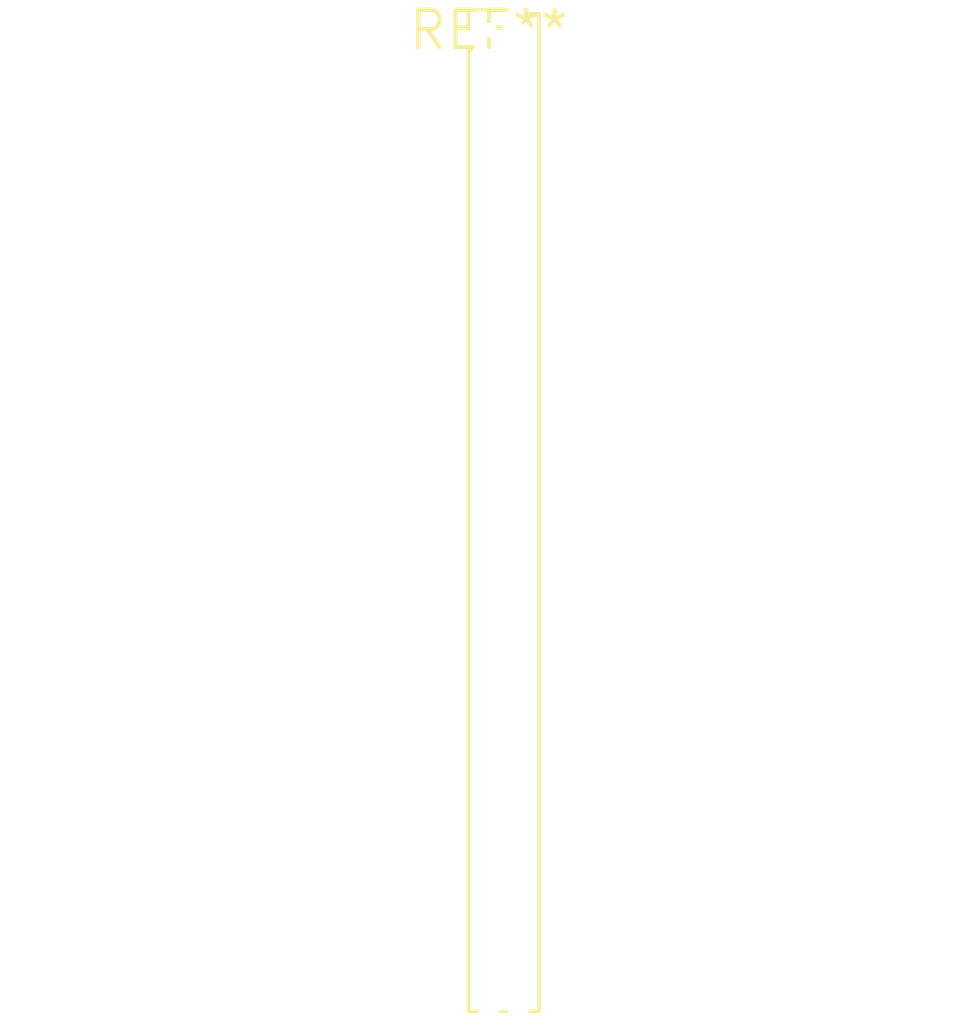
<source format=kicad_pcb>
(kicad_pcb (version 20240108) (generator pcbnew)
  (layers (0 "F.Cu" signal) (31 "B.Cu" signal) (34 "B.Paste" user) (35 "F.Paste" user) (36 "B.SilkS" user "B.Silkscreen") (37 "F.SilkS" user "F.Silkscreen") (38 "B.Mask" user) (39 "F.Mask" user) (44 "Edge.Cuts" user))
  (net 0 "")
  (footprint "PinHeader_2x34_P1.00mm_Vertical" (layer "F.Cu") (at 0 0)
    (property "Reference" "REF**")
    (property "Value" "PinHeader_2x34_P1.00mm_Vertical")
    (fp_line (start -0.71 -0.685) (end 0 -0.685) (layer "F.SilkS") (stroke (width 0.12)))
    (fp_line (start -0.71 0) (end -0.71 -0.685) (layer "F.SilkS") (stroke (width 0.12)))
    (fp_line (start -0.71 0.685) (end -0.71 33.56) (layer "F.SilkS") (stroke (width 0.12)))
    (fp_line (start -0.71 0.685) (end -0.608276 0.685) (layer "F.SilkS") (stroke (width 0.12)))
    (fp_line (start -0.71 33.56) (end -0.394493 33.56) (layer "F.SilkS") (stroke (width 0.12)))
    (fp_line (start 0.394493 33.56) (end 0.605507 33.56) (layer "F.SilkS") (stroke (width 0.12)))
    (fp_line (start 1.394493 -0.56) (end 1.71 -0.56) (layer "F.SilkS") (stroke (width 0.12)))
    (fp_line (start 1.394493 33.56) (end 1.71 33.56) (layer "F.SilkS") (stroke (width 0.12)))
    (fp_line (start 1.71 -0.56) (end 1.71 33.56) (layer "F.SilkS") (stroke (width 0.12)))
    (pad "1" thru_hole rect (at 0 0) (size 0.85 0.85) (drill 0.5) (layers *.Cu *.Mask) (remove_unused_layers))
    (pad "2" thru_hole oval (at 1 0) (size 0.85 0.85) (drill 0.5) (layers *.Cu *.Mask) (remove_unused_layers))
    (pad "3" thru_hole oval (at 0 1) (size 0.85 0.85) (drill 0.5) (layers *.Cu *.Mask) (remove_unused_layers))
    (pad "4" thru_hole oval (at 1 1) (size 0.85 0.85) (drill 0.5) (layers *.Cu *.Mask) (remove_unused_layers))
    (pad "5" thru_hole oval (at 0 2) (size 0.85 0.85) (drill 0.5) (layers *.Cu *.Mask) (remove_unused_layers))
    (pad "6" thru_hole oval (at 1 2) (size 0.85 0.85) (drill 0.5) (layers *.Cu *.Mask) (remove_unused_layers))
    (pad "7" thru_hole oval (at 0 3) (size 0.85 0.85) (drill 0.5) (layers *.Cu *.Mask) (remove_unused_layers))
    (pad "8" thru_hole oval (at 1 3) (size 0.85 0.85) (drill 0.5) (layers *.Cu *.Mask) (remove_unused_layers))
    (pad "9" thru_hole oval (at 0 4) (size 0.85 0.85) (drill 0.5) (layers *.Cu *.Mask) (remove_unused_layers))
    (pad "10" thru_hole oval (at 1 4) (size 0.85 0.85) (drill 0.5) (layers *.Cu *.Mask) (remove_unused_layers))
    (pad "11" thru_hole oval (at 0 5) (size 0.85 0.85) (drill 0.5) (layers *.Cu *.Mask) (remove_unused_layers))
    (pad "12" thru_hole oval (at 1 5) (size 0.85 0.85) (drill 0.5) (layers *.Cu *.Mask) (remove_unused_layers))
    (pad "13" thru_hole oval (at 0 6) (size 0.85 0.85) (drill 0.5) (layers *.Cu *.Mask) (remove_unused_layers))
    (pad "14" thru_hole oval (at 1 6) (size 0.85 0.85) (drill 0.5) (layers *.Cu *.Mask) (remove_unused_layers))
    (pad "15" thru_hole oval (at 0 7) (size 0.85 0.85) (drill 0.5) (layers *.Cu *.Mask) (remove_unused_layers))
    (pad "16" thru_hole oval (at 1 7) (size 0.85 0.85) (drill 0.5) (layers *.Cu *.Mask) (remove_unused_layers))
    (pad "17" thru_hole oval (at 0 8) (size 0.85 0.85) (drill 0.5) (layers *.Cu *.Mask) (remove_unused_layers))
    (pad "18" thru_hole oval (at 1 8) (size 0.85 0.85) (drill 0.5) (layers *.Cu *.Mask) (remove_unused_layers))
    (pad "19" thru_hole oval (at 0 9) (size 0.85 0.85) (drill 0.5) (layers *.Cu *.Mask) (remove_unused_layers))
    (pad "20" thru_hole oval (at 1 9) (size 0.85 0.85) (drill 0.5) (layers *.Cu *.Mask) (remove_unused_layers))
    (pad "21" thru_hole oval (at 0 10) (size 0.85 0.85) (drill 0.5) (layers *.Cu *.Mask) (remove_unused_layers))
    (pad "22" thru_hole oval (at 1 10) (size 0.85 0.85) (drill 0.5) (layers *.Cu *.Mask) (remove_unused_layers))
    (pad "23" thru_hole oval (at 0 11) (size 0.85 0.85) (drill 0.5) (layers *.Cu *.Mask) (remove_unused_layers))
    (pad "24" thru_hole oval (at 1 11) (size 0.85 0.85) (drill 0.5) (layers *.Cu *.Mask) (remove_unused_layers))
    (pad "25" thru_hole oval (at 0 12) (size 0.85 0.85) (drill 0.5) (layers *.Cu *.Mask) (remove_unused_layers))
    (pad "26" thru_hole oval (at 1 12) (size 0.85 0.85) (drill 0.5) (layers *.Cu *.Mask) (remove_unused_layers))
    (pad "27" thru_hole oval (at 0 13) (size 0.85 0.85) (drill 0.5) (layers *.Cu *.Mask) (remove_unused_layers))
    (pad "28" thru_hole oval (at 1 13) (size 0.85 0.85) (drill 0.5) (layers *.Cu *.Mask) (remove_unused_layers))
    (pad "29" thru_hole oval (at 0 14) (size 0.85 0.85) (drill 0.5) (layers *.Cu *.Mask) (remove_unused_layers))
    (pad "30" thru_hole oval (at 1 14) (size 0.85 0.85) (drill 0.5) (layers *.Cu *.Mask) (remove_unused_layers))
    (pad "31" thru_hole oval (at 0 15) (size 0.85 0.85) (drill 0.5) (layers *.Cu *.Mask) (remove_unused_layers))
    (pad "32" thru_hole oval (at 1 15) (size 0.85 0.85) (drill 0.5) (layers *.Cu *.Mask) (remove_unused_layers))
    (pad "33" thru_hole oval (at 0 16) (size 0.85 0.85) (drill 0.5) (layers *.Cu *.Mask) (remove_unused_layers))
    (pad "34" thru_hole oval (at 1 16) (size 0.85 0.85) (drill 0.5) (layers *.Cu *.Mask) (remove_unused_layers))
    (pad "35" thru_hole oval (at 0 17) (size 0.85 0.85) (drill 0.5) (layers *.Cu *.Mask) (remove_unused_layers))
    (pad "36" thru_hole oval (at 1 17) (size 0.85 0.85) (drill 0.5) (layers *.Cu *.Mask) (remove_unused_layers))
    (pad "37" thru_hole oval (at 0 18) (size 0.85 0.85) (drill 0.5) (layers *.Cu *.Mask) (remove_unused_layers))
    (pad "38" thru_hole oval (at 1 18) (size 0.85 0.85) (drill 0.5) (layers *.Cu *.Mask) (remove_unused_layers))
    (pad "39" thru_hole oval (at 0 19) (size 0.85 0.85) (drill 0.5) (layers *.Cu *.Mask) (remove_unused_layers))
    (pad "40" thru_hole oval (at 1 19) (size 0.85 0.85) (drill 0.5) (layers *.Cu *.Mask) (remove_unused_layers))
    (pad "41" thru_hole oval (at 0 20) (size 0.85 0.85) (drill 0.5) (layers *.Cu *.Mask) (remove_unused_layers))
    (pad "42" thru_hole oval (at 1 20) (size 0.85 0.85) (drill 0.5) (layers *.Cu *.Mask) (remove_unused_layers))
    (pad "43" thru_hole oval (at 0 21) (size 0.85 0.85) (drill 0.5) (layers *.Cu *.Mask) (remove_unused_layers))
    (pad "44" thru_hole oval (at 1 21) (size 0.85 0.85) (drill 0.5) (layers *.Cu *.Mask) (remove_unused_layers))
    (pad "45" thru_hole oval (at 0 22) (size 0.85 0.85) (drill 0.5) (layers *.Cu *.Mask) (remove_unused_layers))
    (pad "46" thru_hole oval (at 1 22) (size 0.85 0.85) (drill 0.5) (layers *.Cu *.Mask) (remove_unused_layers))
    (pad "47" thru_hole oval (at 0 23) (size 0.85 0.85) (drill 0.5) (layers *.Cu *.Mask) (remove_unused_layers))
    (pad "48" thru_hole oval (at 1 23) (size 0.85 0.85) (drill 0.5) (layers *.Cu *.Mask) (remove_unused_layers))
    (pad "49" thru_hole oval (at 0 24) (size 0.85 0.85) (drill 0.5) (layers *.Cu *.Mask) (remove_unused_layers))
    (pad "50" thru_hole oval (at 1 24) (size 0.85 0.85) (drill 0.5) (layers *.Cu *.Mask) (remove_unused_layers))
    (pad "51" thru_hole oval (at 0 25) (size 0.85 0.85) (drill 0.5) (layers *.Cu *.Mask) (remove_unused_layers))
    (pad "52" thru_hole oval (at 1 25) (size 0.85 0.85) (drill 0.5) (layers *.Cu *.Mask) (remove_unused_layers))
    (pad "53" thru_hole oval (at 0 26) (size 0.85 0.85) (drill 0.5) (layers *.Cu *.Mask) (remove_unused_layers))
    (pad "54" thru_hole oval (at 1 26) (size 0.85 0.85) (drill 0.5) (layers *.Cu *.Mask) (remove_unused_layers))
    (pad "55" thru_hole oval (at 0 27) (size 0.85 0.85) (drill 0.5) (layers *.Cu *.Mask) (remove_unused_layers))
    (pad "56" thru_hole oval (at 1 27) (size 0.85 0.85) (drill 0.5) (layers *.Cu *.Mask) (remove_unused_layers))
    (pad "57" thru_hole oval (at 0 28) (size 0.85 0.85) (drill 0.5) (layers *.Cu *.Mask) (remove_unused_layers))
    (pad "58" thru_hole oval (at 1 28) (size 0.85 0.85) (drill 0.5) (layers *.Cu *.Mask) (remove_unused_layers))
    (pad "59" thru_hole oval (at 0 29) (size 0.85 0.85) (drill 0.5) (layers *.Cu *.Mask) (remove_unused_layers))
    (pad "60" thru_hole oval (at 1 29) (size 0.85 0.85) (drill 0.5) (layers *.Cu *.Mask) (remove_unused_layers))
    (pad "61" thru_hole oval (at 0 30) (size 0.85 0.85) (drill 0.5) (layers *.Cu *.Mask) (remove_unused_layers))
    (pad "62" thru_hole oval (at 1 30) (size 0.85 0.85) (drill 0.5) (layers *.Cu *.Mask) (remove_unused_layers))
    (pad "63" thru_hole oval (at 0 31) (size 0.85 0.85) (drill 0.5) (layers *.Cu *.Mask) (remove_unused_layers))
    (pad "64" thru_hole oval (at 1 31) (size 0.85 0.85) (drill 0.5) (layers *.Cu *.Mask) (remove_unused_layers))
    (pad "65" thru_hole oval (at 0 32) (size 0.85 0.85) (drill 0.5) (layers *.Cu *.Mask) (remove_unused_layers))
    (pad "66" thru_hole oval (at 1 32) (size 0.85 0.85) (drill 0.5) (layers *.Cu *.Mask) (remove_unused_layers))
    (pad "67" thru_hole oval (at 0 33) (size 0.85 0.85) (drill 0.5) (layers *.Cu *.Mask) (remove_unused_layers))
    (pad "68" thru_hole oval (at 1 33) (size 0.85 0.85) (drill 0.5) (layers *.Cu *.Mask) (remove_unused_layers))
  )
)
</source>
